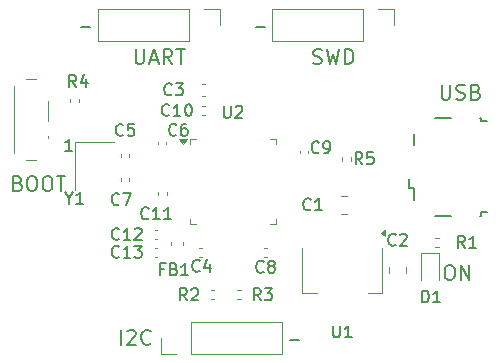
<source format=gbr>
%TF.GenerationSoftware,KiCad,Pcbnew,8.0.0*%
%TF.CreationDate,2024-03-15T15:48:41+01:00*%
%TF.ProjectId,STM32F103_BluePill,53544d33-3246-4313-9033-5f426c756550,rev?*%
%TF.SameCoordinates,Original*%
%TF.FileFunction,Legend,Top*%
%TF.FilePolarity,Positive*%
%FSLAX46Y46*%
G04 Gerber Fmt 4.6, Leading zero omitted, Abs format (unit mm)*
G04 Created by KiCad (PCBNEW 8.0.0) date 2024-03-15 15:48:41*
%MOMM*%
%LPD*%
G01*
G04 APERTURE LIST*
%ADD10C,0.200000*%
%ADD11C,0.150000*%
%ADD12C,0.120000*%
G04 APERTURE END LIST*
D10*
X167672619Y-92067873D02*
X167672619Y-93079778D01*
X167672619Y-93079778D02*
X167732142Y-93198826D01*
X167732142Y-93198826D02*
X167791666Y-93258350D01*
X167791666Y-93258350D02*
X167910714Y-93317873D01*
X167910714Y-93317873D02*
X168148809Y-93317873D01*
X168148809Y-93317873D02*
X168267857Y-93258350D01*
X168267857Y-93258350D02*
X168327380Y-93198826D01*
X168327380Y-93198826D02*
X168386904Y-93079778D01*
X168386904Y-93079778D02*
X168386904Y-92067873D01*
X168922619Y-93258350D02*
X169101190Y-93317873D01*
X169101190Y-93317873D02*
X169398809Y-93317873D01*
X169398809Y-93317873D02*
X169517857Y-93258350D01*
X169517857Y-93258350D02*
X169577381Y-93198826D01*
X169577381Y-93198826D02*
X169636904Y-93079778D01*
X169636904Y-93079778D02*
X169636904Y-92960730D01*
X169636904Y-92960730D02*
X169577381Y-92841683D01*
X169577381Y-92841683D02*
X169517857Y-92782159D01*
X169517857Y-92782159D02*
X169398809Y-92722635D01*
X169398809Y-92722635D02*
X169160714Y-92663111D01*
X169160714Y-92663111D02*
X169041666Y-92603588D01*
X169041666Y-92603588D02*
X168982143Y-92544064D01*
X168982143Y-92544064D02*
X168922619Y-92425016D01*
X168922619Y-92425016D02*
X168922619Y-92305969D01*
X168922619Y-92305969D02*
X168982143Y-92186921D01*
X168982143Y-92186921D02*
X169041666Y-92127397D01*
X169041666Y-92127397D02*
X169160714Y-92067873D01*
X169160714Y-92067873D02*
X169458333Y-92067873D01*
X169458333Y-92067873D02*
X169636904Y-92127397D01*
X170589285Y-92663111D02*
X170767857Y-92722635D01*
X170767857Y-92722635D02*
X170827380Y-92782159D01*
X170827380Y-92782159D02*
X170886904Y-92901207D01*
X170886904Y-92901207D02*
X170886904Y-93079778D01*
X170886904Y-93079778D02*
X170827380Y-93198826D01*
X170827380Y-93198826D02*
X170767857Y-93258350D01*
X170767857Y-93258350D02*
X170648809Y-93317873D01*
X170648809Y-93317873D02*
X170172619Y-93317873D01*
X170172619Y-93317873D02*
X170172619Y-92067873D01*
X170172619Y-92067873D02*
X170589285Y-92067873D01*
X170589285Y-92067873D02*
X170708333Y-92127397D01*
X170708333Y-92127397D02*
X170767857Y-92186921D01*
X170767857Y-92186921D02*
X170827380Y-92305969D01*
X170827380Y-92305969D02*
X170827380Y-92425016D01*
X170827380Y-92425016D02*
X170767857Y-92544064D01*
X170767857Y-92544064D02*
X170708333Y-92603588D01*
X170708333Y-92603588D02*
X170589285Y-92663111D01*
X170589285Y-92663111D02*
X170172619Y-92663111D01*
X154819048Y-113671266D02*
X155580953Y-113671266D01*
X136385714Y-97652219D02*
X135814286Y-97652219D01*
X136100000Y-97652219D02*
X136100000Y-96652219D01*
X136100000Y-96652219D02*
X136004762Y-96795076D01*
X136004762Y-96795076D02*
X135909524Y-96890314D01*
X135909524Y-96890314D02*
X135814286Y-96937933D01*
X137119048Y-87171266D02*
X137880953Y-87171266D01*
X168226190Y-107317873D02*
X168464285Y-107317873D01*
X168464285Y-107317873D02*
X168583333Y-107377397D01*
X168583333Y-107377397D02*
X168702380Y-107496445D01*
X168702380Y-107496445D02*
X168761904Y-107734540D01*
X168761904Y-107734540D02*
X168761904Y-108151207D01*
X168761904Y-108151207D02*
X168702380Y-108389302D01*
X168702380Y-108389302D02*
X168583333Y-108508350D01*
X168583333Y-108508350D02*
X168464285Y-108567873D01*
X168464285Y-108567873D02*
X168226190Y-108567873D01*
X168226190Y-108567873D02*
X168107142Y-108508350D01*
X168107142Y-108508350D02*
X167988095Y-108389302D01*
X167988095Y-108389302D02*
X167928571Y-108151207D01*
X167928571Y-108151207D02*
X167928571Y-107734540D01*
X167928571Y-107734540D02*
X167988095Y-107496445D01*
X167988095Y-107496445D02*
X168107142Y-107377397D01*
X168107142Y-107377397D02*
X168226190Y-107317873D01*
X169297619Y-108567873D02*
X169297619Y-107317873D01*
X169297619Y-107317873D02*
X170011904Y-108567873D01*
X170011904Y-108567873D02*
X170011904Y-107317873D01*
X131803571Y-100413111D02*
X131982143Y-100472635D01*
X131982143Y-100472635D02*
X132041666Y-100532159D01*
X132041666Y-100532159D02*
X132101190Y-100651207D01*
X132101190Y-100651207D02*
X132101190Y-100829778D01*
X132101190Y-100829778D02*
X132041666Y-100948826D01*
X132041666Y-100948826D02*
X131982143Y-101008350D01*
X131982143Y-101008350D02*
X131863095Y-101067873D01*
X131863095Y-101067873D02*
X131386905Y-101067873D01*
X131386905Y-101067873D02*
X131386905Y-99817873D01*
X131386905Y-99817873D02*
X131803571Y-99817873D01*
X131803571Y-99817873D02*
X131922619Y-99877397D01*
X131922619Y-99877397D02*
X131982143Y-99936921D01*
X131982143Y-99936921D02*
X132041666Y-100055969D01*
X132041666Y-100055969D02*
X132041666Y-100175016D01*
X132041666Y-100175016D02*
X131982143Y-100294064D01*
X131982143Y-100294064D02*
X131922619Y-100353588D01*
X131922619Y-100353588D02*
X131803571Y-100413111D01*
X131803571Y-100413111D02*
X131386905Y-100413111D01*
X132875000Y-99817873D02*
X133113095Y-99817873D01*
X133113095Y-99817873D02*
X133232143Y-99877397D01*
X133232143Y-99877397D02*
X133351190Y-99996445D01*
X133351190Y-99996445D02*
X133410714Y-100234540D01*
X133410714Y-100234540D02*
X133410714Y-100651207D01*
X133410714Y-100651207D02*
X133351190Y-100889302D01*
X133351190Y-100889302D02*
X133232143Y-101008350D01*
X133232143Y-101008350D02*
X133113095Y-101067873D01*
X133113095Y-101067873D02*
X132875000Y-101067873D01*
X132875000Y-101067873D02*
X132755952Y-101008350D01*
X132755952Y-101008350D02*
X132636905Y-100889302D01*
X132636905Y-100889302D02*
X132577381Y-100651207D01*
X132577381Y-100651207D02*
X132577381Y-100234540D01*
X132577381Y-100234540D02*
X132636905Y-99996445D01*
X132636905Y-99996445D02*
X132755952Y-99877397D01*
X132755952Y-99877397D02*
X132875000Y-99817873D01*
X134184524Y-99817873D02*
X134422619Y-99817873D01*
X134422619Y-99817873D02*
X134541667Y-99877397D01*
X134541667Y-99877397D02*
X134660714Y-99996445D01*
X134660714Y-99996445D02*
X134720238Y-100234540D01*
X134720238Y-100234540D02*
X134720238Y-100651207D01*
X134720238Y-100651207D02*
X134660714Y-100889302D01*
X134660714Y-100889302D02*
X134541667Y-101008350D01*
X134541667Y-101008350D02*
X134422619Y-101067873D01*
X134422619Y-101067873D02*
X134184524Y-101067873D01*
X134184524Y-101067873D02*
X134065476Y-101008350D01*
X134065476Y-101008350D02*
X133946429Y-100889302D01*
X133946429Y-100889302D02*
X133886905Y-100651207D01*
X133886905Y-100651207D02*
X133886905Y-100234540D01*
X133886905Y-100234540D02*
X133946429Y-99996445D01*
X133946429Y-99996445D02*
X134065476Y-99877397D01*
X134065476Y-99877397D02*
X134184524Y-99817873D01*
X135077381Y-99817873D02*
X135791667Y-99817873D01*
X135434524Y-101067873D02*
X135434524Y-99817873D01*
X151919048Y-87171266D02*
X152680953Y-87171266D01*
X141755952Y-89067873D02*
X141755952Y-90079778D01*
X141755952Y-90079778D02*
X141815475Y-90198826D01*
X141815475Y-90198826D02*
X141874999Y-90258350D01*
X141874999Y-90258350D02*
X141994047Y-90317873D01*
X141994047Y-90317873D02*
X142232142Y-90317873D01*
X142232142Y-90317873D02*
X142351190Y-90258350D01*
X142351190Y-90258350D02*
X142410713Y-90198826D01*
X142410713Y-90198826D02*
X142470237Y-90079778D01*
X142470237Y-90079778D02*
X142470237Y-89067873D01*
X143005952Y-89960730D02*
X143601190Y-89960730D01*
X142886904Y-90317873D02*
X143303571Y-89067873D01*
X143303571Y-89067873D02*
X143720237Y-90317873D01*
X144851190Y-90317873D02*
X144434524Y-89722635D01*
X144136905Y-90317873D02*
X144136905Y-89067873D01*
X144136905Y-89067873D02*
X144613095Y-89067873D01*
X144613095Y-89067873D02*
X144732143Y-89127397D01*
X144732143Y-89127397D02*
X144791666Y-89186921D01*
X144791666Y-89186921D02*
X144851190Y-89305969D01*
X144851190Y-89305969D02*
X144851190Y-89484540D01*
X144851190Y-89484540D02*
X144791666Y-89603588D01*
X144791666Y-89603588D02*
X144732143Y-89663111D01*
X144732143Y-89663111D02*
X144613095Y-89722635D01*
X144613095Y-89722635D02*
X144136905Y-89722635D01*
X145208333Y-89067873D02*
X145922619Y-89067873D01*
X145565476Y-90317873D02*
X145565476Y-89067873D01*
X156803572Y-90258350D02*
X156982143Y-90317873D01*
X156982143Y-90317873D02*
X157279762Y-90317873D01*
X157279762Y-90317873D02*
X157398810Y-90258350D01*
X157398810Y-90258350D02*
X157458334Y-90198826D01*
X157458334Y-90198826D02*
X157517857Y-90079778D01*
X157517857Y-90079778D02*
X157517857Y-89960730D01*
X157517857Y-89960730D02*
X157458334Y-89841683D01*
X157458334Y-89841683D02*
X157398810Y-89782159D01*
X157398810Y-89782159D02*
X157279762Y-89722635D01*
X157279762Y-89722635D02*
X157041667Y-89663111D01*
X157041667Y-89663111D02*
X156922619Y-89603588D01*
X156922619Y-89603588D02*
X156863096Y-89544064D01*
X156863096Y-89544064D02*
X156803572Y-89425016D01*
X156803572Y-89425016D02*
X156803572Y-89305969D01*
X156803572Y-89305969D02*
X156863096Y-89186921D01*
X156863096Y-89186921D02*
X156922619Y-89127397D01*
X156922619Y-89127397D02*
X157041667Y-89067873D01*
X157041667Y-89067873D02*
X157339286Y-89067873D01*
X157339286Y-89067873D02*
X157517857Y-89127397D01*
X157934524Y-89067873D02*
X158232143Y-90317873D01*
X158232143Y-90317873D02*
X158470238Y-89425016D01*
X158470238Y-89425016D02*
X158708333Y-90317873D01*
X158708333Y-90317873D02*
X159005953Y-89067873D01*
X159482143Y-90317873D02*
X159482143Y-89067873D01*
X159482143Y-89067873D02*
X159779762Y-89067873D01*
X159779762Y-89067873D02*
X159958333Y-89127397D01*
X159958333Y-89127397D02*
X160077381Y-89246445D01*
X160077381Y-89246445D02*
X160136904Y-89365492D01*
X160136904Y-89365492D02*
X160196428Y-89603588D01*
X160196428Y-89603588D02*
X160196428Y-89782159D01*
X160196428Y-89782159D02*
X160136904Y-90020254D01*
X160136904Y-90020254D02*
X160077381Y-90139302D01*
X160077381Y-90139302D02*
X159958333Y-90258350D01*
X159958333Y-90258350D02*
X159779762Y-90317873D01*
X159779762Y-90317873D02*
X159482143Y-90317873D01*
X140529762Y-114067873D02*
X140529762Y-112817873D01*
X141065476Y-112936921D02*
X141125000Y-112877397D01*
X141125000Y-112877397D02*
X141244047Y-112817873D01*
X141244047Y-112817873D02*
X141541666Y-112817873D01*
X141541666Y-112817873D02*
X141660714Y-112877397D01*
X141660714Y-112877397D02*
X141720238Y-112936921D01*
X141720238Y-112936921D02*
X141779761Y-113055969D01*
X141779761Y-113055969D02*
X141779761Y-113175016D01*
X141779761Y-113175016D02*
X141720238Y-113353588D01*
X141720238Y-113353588D02*
X141005952Y-114067873D01*
X141005952Y-114067873D02*
X141779761Y-114067873D01*
X143029761Y-113948826D02*
X142970237Y-114008350D01*
X142970237Y-114008350D02*
X142791666Y-114067873D01*
X142791666Y-114067873D02*
X142672618Y-114067873D01*
X142672618Y-114067873D02*
X142494047Y-114008350D01*
X142494047Y-114008350D02*
X142374999Y-113889302D01*
X142374999Y-113889302D02*
X142315476Y-113770254D01*
X142315476Y-113770254D02*
X142255952Y-113532159D01*
X142255952Y-113532159D02*
X142255952Y-113353588D01*
X142255952Y-113353588D02*
X142315476Y-113115492D01*
X142315476Y-113115492D02*
X142374999Y-112996445D01*
X142374999Y-112996445D02*
X142494047Y-112877397D01*
X142494047Y-112877397D02*
X142672618Y-112817873D01*
X142672618Y-112817873D02*
X142791666Y-112817873D01*
X142791666Y-112817873D02*
X142970237Y-112877397D01*
X142970237Y-112877397D02*
X143029761Y-112936921D01*
D11*
X144808333Y-92859580D02*
X144760714Y-92907200D01*
X144760714Y-92907200D02*
X144617857Y-92954819D01*
X144617857Y-92954819D02*
X144522619Y-92954819D01*
X144522619Y-92954819D02*
X144379762Y-92907200D01*
X144379762Y-92907200D02*
X144284524Y-92811961D01*
X144284524Y-92811961D02*
X144236905Y-92716723D01*
X144236905Y-92716723D02*
X144189286Y-92526247D01*
X144189286Y-92526247D02*
X144189286Y-92383390D01*
X144189286Y-92383390D02*
X144236905Y-92192914D01*
X144236905Y-92192914D02*
X144284524Y-92097676D01*
X144284524Y-92097676D02*
X144379762Y-92002438D01*
X144379762Y-92002438D02*
X144522619Y-91954819D01*
X144522619Y-91954819D02*
X144617857Y-91954819D01*
X144617857Y-91954819D02*
X144760714Y-92002438D01*
X144760714Y-92002438D02*
X144808333Y-92050057D01*
X145141667Y-91954819D02*
X145760714Y-91954819D01*
X145760714Y-91954819D02*
X145427381Y-92335771D01*
X145427381Y-92335771D02*
X145570238Y-92335771D01*
X145570238Y-92335771D02*
X145665476Y-92383390D01*
X145665476Y-92383390D02*
X145713095Y-92431009D01*
X145713095Y-92431009D02*
X145760714Y-92526247D01*
X145760714Y-92526247D02*
X145760714Y-92764342D01*
X145760714Y-92764342D02*
X145713095Y-92859580D01*
X145713095Y-92859580D02*
X145665476Y-92907200D01*
X145665476Y-92907200D02*
X145570238Y-92954819D01*
X145570238Y-92954819D02*
X145284524Y-92954819D01*
X145284524Y-92954819D02*
X145189286Y-92907200D01*
X145189286Y-92907200D02*
X145141667Y-92859580D01*
X147183333Y-107799580D02*
X147135714Y-107847200D01*
X147135714Y-107847200D02*
X146992857Y-107894819D01*
X146992857Y-107894819D02*
X146897619Y-107894819D01*
X146897619Y-107894819D02*
X146754762Y-107847200D01*
X146754762Y-107847200D02*
X146659524Y-107751961D01*
X146659524Y-107751961D02*
X146611905Y-107656723D01*
X146611905Y-107656723D02*
X146564286Y-107466247D01*
X146564286Y-107466247D02*
X146564286Y-107323390D01*
X146564286Y-107323390D02*
X146611905Y-107132914D01*
X146611905Y-107132914D02*
X146659524Y-107037676D01*
X146659524Y-107037676D02*
X146754762Y-106942438D01*
X146754762Y-106942438D02*
X146897619Y-106894819D01*
X146897619Y-106894819D02*
X146992857Y-106894819D01*
X146992857Y-106894819D02*
X147135714Y-106942438D01*
X147135714Y-106942438D02*
X147183333Y-106990057D01*
X148040476Y-107228152D02*
X148040476Y-107894819D01*
X147802381Y-106847200D02*
X147564286Y-107561485D01*
X147564286Y-107561485D02*
X148183333Y-107561485D01*
X157273333Y-97769580D02*
X157225714Y-97817200D01*
X157225714Y-97817200D02*
X157082857Y-97864819D01*
X157082857Y-97864819D02*
X156987619Y-97864819D01*
X156987619Y-97864819D02*
X156844762Y-97817200D01*
X156844762Y-97817200D02*
X156749524Y-97721961D01*
X156749524Y-97721961D02*
X156701905Y-97626723D01*
X156701905Y-97626723D02*
X156654286Y-97436247D01*
X156654286Y-97436247D02*
X156654286Y-97293390D01*
X156654286Y-97293390D02*
X156701905Y-97102914D01*
X156701905Y-97102914D02*
X156749524Y-97007676D01*
X156749524Y-97007676D02*
X156844762Y-96912438D01*
X156844762Y-96912438D02*
X156987619Y-96864819D01*
X156987619Y-96864819D02*
X157082857Y-96864819D01*
X157082857Y-96864819D02*
X157225714Y-96912438D01*
X157225714Y-96912438D02*
X157273333Y-96960057D01*
X157749524Y-97864819D02*
X157940000Y-97864819D01*
X157940000Y-97864819D02*
X158035238Y-97817200D01*
X158035238Y-97817200D02*
X158082857Y-97769580D01*
X158082857Y-97769580D02*
X158178095Y-97626723D01*
X158178095Y-97626723D02*
X158225714Y-97436247D01*
X158225714Y-97436247D02*
X158225714Y-97055295D01*
X158225714Y-97055295D02*
X158178095Y-96960057D01*
X158178095Y-96960057D02*
X158130476Y-96912438D01*
X158130476Y-96912438D02*
X158035238Y-96864819D01*
X158035238Y-96864819D02*
X157844762Y-96864819D01*
X157844762Y-96864819D02*
X157749524Y-96912438D01*
X157749524Y-96912438D02*
X157701905Y-96960057D01*
X157701905Y-96960057D02*
X157654286Y-97055295D01*
X157654286Y-97055295D02*
X157654286Y-97293390D01*
X157654286Y-97293390D02*
X157701905Y-97388628D01*
X157701905Y-97388628D02*
X157749524Y-97436247D01*
X157749524Y-97436247D02*
X157844762Y-97483866D01*
X157844762Y-97483866D02*
X158035238Y-97483866D01*
X158035238Y-97483866D02*
X158130476Y-97436247D01*
X158130476Y-97436247D02*
X158178095Y-97388628D01*
X158178095Y-97388628D02*
X158225714Y-97293390D01*
X136733333Y-92234819D02*
X136400000Y-91758628D01*
X136161905Y-92234819D02*
X136161905Y-91234819D01*
X136161905Y-91234819D02*
X136542857Y-91234819D01*
X136542857Y-91234819D02*
X136638095Y-91282438D01*
X136638095Y-91282438D02*
X136685714Y-91330057D01*
X136685714Y-91330057D02*
X136733333Y-91425295D01*
X136733333Y-91425295D02*
X136733333Y-91568152D01*
X136733333Y-91568152D02*
X136685714Y-91663390D01*
X136685714Y-91663390D02*
X136638095Y-91711009D01*
X136638095Y-91711009D02*
X136542857Y-91758628D01*
X136542857Y-91758628D02*
X136161905Y-91758628D01*
X137590476Y-91568152D02*
X137590476Y-92234819D01*
X137352381Y-91187200D02*
X137114286Y-91901485D01*
X137114286Y-91901485D02*
X137733333Y-91901485D01*
X140703333Y-96289580D02*
X140655714Y-96337200D01*
X140655714Y-96337200D02*
X140512857Y-96384819D01*
X140512857Y-96384819D02*
X140417619Y-96384819D01*
X140417619Y-96384819D02*
X140274762Y-96337200D01*
X140274762Y-96337200D02*
X140179524Y-96241961D01*
X140179524Y-96241961D02*
X140131905Y-96146723D01*
X140131905Y-96146723D02*
X140084286Y-95956247D01*
X140084286Y-95956247D02*
X140084286Y-95813390D01*
X140084286Y-95813390D02*
X140131905Y-95622914D01*
X140131905Y-95622914D02*
X140179524Y-95527676D01*
X140179524Y-95527676D02*
X140274762Y-95432438D01*
X140274762Y-95432438D02*
X140417619Y-95384819D01*
X140417619Y-95384819D02*
X140512857Y-95384819D01*
X140512857Y-95384819D02*
X140655714Y-95432438D01*
X140655714Y-95432438D02*
X140703333Y-95480057D01*
X141608095Y-95384819D02*
X141131905Y-95384819D01*
X141131905Y-95384819D02*
X141084286Y-95861009D01*
X141084286Y-95861009D02*
X141131905Y-95813390D01*
X141131905Y-95813390D02*
X141227143Y-95765771D01*
X141227143Y-95765771D02*
X141465238Y-95765771D01*
X141465238Y-95765771D02*
X141560476Y-95813390D01*
X141560476Y-95813390D02*
X141608095Y-95861009D01*
X141608095Y-95861009D02*
X141655714Y-95956247D01*
X141655714Y-95956247D02*
X141655714Y-96194342D01*
X141655714Y-96194342D02*
X141608095Y-96289580D01*
X141608095Y-96289580D02*
X141560476Y-96337200D01*
X141560476Y-96337200D02*
X141465238Y-96384819D01*
X141465238Y-96384819D02*
X141227143Y-96384819D01*
X141227143Y-96384819D02*
X141131905Y-96337200D01*
X141131905Y-96337200D02*
X141084286Y-96289580D01*
X142857142Y-103359580D02*
X142809523Y-103407200D01*
X142809523Y-103407200D02*
X142666666Y-103454819D01*
X142666666Y-103454819D02*
X142571428Y-103454819D01*
X142571428Y-103454819D02*
X142428571Y-103407200D01*
X142428571Y-103407200D02*
X142333333Y-103311961D01*
X142333333Y-103311961D02*
X142285714Y-103216723D01*
X142285714Y-103216723D02*
X142238095Y-103026247D01*
X142238095Y-103026247D02*
X142238095Y-102883390D01*
X142238095Y-102883390D02*
X142285714Y-102692914D01*
X142285714Y-102692914D02*
X142333333Y-102597676D01*
X142333333Y-102597676D02*
X142428571Y-102502438D01*
X142428571Y-102502438D02*
X142571428Y-102454819D01*
X142571428Y-102454819D02*
X142666666Y-102454819D01*
X142666666Y-102454819D02*
X142809523Y-102502438D01*
X142809523Y-102502438D02*
X142857142Y-102550057D01*
X143809523Y-103454819D02*
X143238095Y-103454819D01*
X143523809Y-103454819D02*
X143523809Y-102454819D01*
X143523809Y-102454819D02*
X143428571Y-102597676D01*
X143428571Y-102597676D02*
X143333333Y-102692914D01*
X143333333Y-102692914D02*
X143238095Y-102740533D01*
X144761904Y-103454819D02*
X144190476Y-103454819D01*
X144476190Y-103454819D02*
X144476190Y-102454819D01*
X144476190Y-102454819D02*
X144380952Y-102597676D01*
X144380952Y-102597676D02*
X144285714Y-102692914D01*
X144285714Y-102692914D02*
X144190476Y-102740533D01*
X156583333Y-102597080D02*
X156535714Y-102644700D01*
X156535714Y-102644700D02*
X156392857Y-102692319D01*
X156392857Y-102692319D02*
X156297619Y-102692319D01*
X156297619Y-102692319D02*
X156154762Y-102644700D01*
X156154762Y-102644700D02*
X156059524Y-102549461D01*
X156059524Y-102549461D02*
X156011905Y-102454223D01*
X156011905Y-102454223D02*
X155964286Y-102263747D01*
X155964286Y-102263747D02*
X155964286Y-102120890D01*
X155964286Y-102120890D02*
X156011905Y-101930414D01*
X156011905Y-101930414D02*
X156059524Y-101835176D01*
X156059524Y-101835176D02*
X156154762Y-101739938D01*
X156154762Y-101739938D02*
X156297619Y-101692319D01*
X156297619Y-101692319D02*
X156392857Y-101692319D01*
X156392857Y-101692319D02*
X156535714Y-101739938D01*
X156535714Y-101739938D02*
X156583333Y-101787557D01*
X157535714Y-102692319D02*
X156964286Y-102692319D01*
X157250000Y-102692319D02*
X157250000Y-101692319D01*
X157250000Y-101692319D02*
X157154762Y-101835176D01*
X157154762Y-101835176D02*
X157059524Y-101930414D01*
X157059524Y-101930414D02*
X156964286Y-101978033D01*
X140357142Y-105109580D02*
X140309523Y-105157200D01*
X140309523Y-105157200D02*
X140166666Y-105204819D01*
X140166666Y-105204819D02*
X140071428Y-105204819D01*
X140071428Y-105204819D02*
X139928571Y-105157200D01*
X139928571Y-105157200D02*
X139833333Y-105061961D01*
X139833333Y-105061961D02*
X139785714Y-104966723D01*
X139785714Y-104966723D02*
X139738095Y-104776247D01*
X139738095Y-104776247D02*
X139738095Y-104633390D01*
X139738095Y-104633390D02*
X139785714Y-104442914D01*
X139785714Y-104442914D02*
X139833333Y-104347676D01*
X139833333Y-104347676D02*
X139928571Y-104252438D01*
X139928571Y-104252438D02*
X140071428Y-104204819D01*
X140071428Y-104204819D02*
X140166666Y-104204819D01*
X140166666Y-104204819D02*
X140309523Y-104252438D01*
X140309523Y-104252438D02*
X140357142Y-104300057D01*
X141309523Y-105204819D02*
X140738095Y-105204819D01*
X141023809Y-105204819D02*
X141023809Y-104204819D01*
X141023809Y-104204819D02*
X140928571Y-104347676D01*
X140928571Y-104347676D02*
X140833333Y-104442914D01*
X140833333Y-104442914D02*
X140738095Y-104490533D01*
X141690476Y-104300057D02*
X141738095Y-104252438D01*
X141738095Y-104252438D02*
X141833333Y-104204819D01*
X141833333Y-104204819D02*
X142071428Y-104204819D01*
X142071428Y-104204819D02*
X142166666Y-104252438D01*
X142166666Y-104252438D02*
X142214285Y-104300057D01*
X142214285Y-104300057D02*
X142261904Y-104395295D01*
X142261904Y-104395295D02*
X142261904Y-104490533D01*
X142261904Y-104490533D02*
X142214285Y-104633390D01*
X142214285Y-104633390D02*
X141642857Y-105204819D01*
X141642857Y-105204819D02*
X142261904Y-105204819D01*
X145203333Y-96279580D02*
X145155714Y-96327200D01*
X145155714Y-96327200D02*
X145012857Y-96374819D01*
X145012857Y-96374819D02*
X144917619Y-96374819D01*
X144917619Y-96374819D02*
X144774762Y-96327200D01*
X144774762Y-96327200D02*
X144679524Y-96231961D01*
X144679524Y-96231961D02*
X144631905Y-96136723D01*
X144631905Y-96136723D02*
X144584286Y-95946247D01*
X144584286Y-95946247D02*
X144584286Y-95803390D01*
X144584286Y-95803390D02*
X144631905Y-95612914D01*
X144631905Y-95612914D02*
X144679524Y-95517676D01*
X144679524Y-95517676D02*
X144774762Y-95422438D01*
X144774762Y-95422438D02*
X144917619Y-95374819D01*
X144917619Y-95374819D02*
X145012857Y-95374819D01*
X145012857Y-95374819D02*
X145155714Y-95422438D01*
X145155714Y-95422438D02*
X145203333Y-95470057D01*
X146060476Y-95374819D02*
X145870000Y-95374819D01*
X145870000Y-95374819D02*
X145774762Y-95422438D01*
X145774762Y-95422438D02*
X145727143Y-95470057D01*
X145727143Y-95470057D02*
X145631905Y-95612914D01*
X145631905Y-95612914D02*
X145584286Y-95803390D01*
X145584286Y-95803390D02*
X145584286Y-96184342D01*
X145584286Y-96184342D02*
X145631905Y-96279580D01*
X145631905Y-96279580D02*
X145679524Y-96327200D01*
X145679524Y-96327200D02*
X145774762Y-96374819D01*
X145774762Y-96374819D02*
X145965238Y-96374819D01*
X145965238Y-96374819D02*
X146060476Y-96327200D01*
X146060476Y-96327200D02*
X146108095Y-96279580D01*
X146108095Y-96279580D02*
X146155714Y-96184342D01*
X146155714Y-96184342D02*
X146155714Y-95946247D01*
X146155714Y-95946247D02*
X146108095Y-95851009D01*
X146108095Y-95851009D02*
X146060476Y-95803390D01*
X146060476Y-95803390D02*
X145965238Y-95755771D01*
X145965238Y-95755771D02*
X145774762Y-95755771D01*
X145774762Y-95755771D02*
X145679524Y-95803390D01*
X145679524Y-95803390D02*
X145631905Y-95851009D01*
X145631905Y-95851009D02*
X145584286Y-95946247D01*
X149238095Y-93854819D02*
X149238095Y-94664342D01*
X149238095Y-94664342D02*
X149285714Y-94759580D01*
X149285714Y-94759580D02*
X149333333Y-94807200D01*
X149333333Y-94807200D02*
X149428571Y-94854819D01*
X149428571Y-94854819D02*
X149619047Y-94854819D01*
X149619047Y-94854819D02*
X149714285Y-94807200D01*
X149714285Y-94807200D02*
X149761904Y-94759580D01*
X149761904Y-94759580D02*
X149809523Y-94664342D01*
X149809523Y-94664342D02*
X149809523Y-93854819D01*
X150238095Y-93950057D02*
X150285714Y-93902438D01*
X150285714Y-93902438D02*
X150380952Y-93854819D01*
X150380952Y-93854819D02*
X150619047Y-93854819D01*
X150619047Y-93854819D02*
X150714285Y-93902438D01*
X150714285Y-93902438D02*
X150761904Y-93950057D01*
X150761904Y-93950057D02*
X150809523Y-94045295D01*
X150809523Y-94045295D02*
X150809523Y-94140533D01*
X150809523Y-94140533D02*
X150761904Y-94283390D01*
X150761904Y-94283390D02*
X150190476Y-94854819D01*
X150190476Y-94854819D02*
X150809523Y-94854819D01*
X140357142Y-106609580D02*
X140309523Y-106657200D01*
X140309523Y-106657200D02*
X140166666Y-106704819D01*
X140166666Y-106704819D02*
X140071428Y-106704819D01*
X140071428Y-106704819D02*
X139928571Y-106657200D01*
X139928571Y-106657200D02*
X139833333Y-106561961D01*
X139833333Y-106561961D02*
X139785714Y-106466723D01*
X139785714Y-106466723D02*
X139738095Y-106276247D01*
X139738095Y-106276247D02*
X139738095Y-106133390D01*
X139738095Y-106133390D02*
X139785714Y-105942914D01*
X139785714Y-105942914D02*
X139833333Y-105847676D01*
X139833333Y-105847676D02*
X139928571Y-105752438D01*
X139928571Y-105752438D02*
X140071428Y-105704819D01*
X140071428Y-105704819D02*
X140166666Y-105704819D01*
X140166666Y-105704819D02*
X140309523Y-105752438D01*
X140309523Y-105752438D02*
X140357142Y-105800057D01*
X141309523Y-106704819D02*
X140738095Y-106704819D01*
X141023809Y-106704819D02*
X141023809Y-105704819D01*
X141023809Y-105704819D02*
X140928571Y-105847676D01*
X140928571Y-105847676D02*
X140833333Y-105942914D01*
X140833333Y-105942914D02*
X140738095Y-105990533D01*
X141642857Y-105704819D02*
X142261904Y-105704819D01*
X142261904Y-105704819D02*
X141928571Y-106085771D01*
X141928571Y-106085771D02*
X142071428Y-106085771D01*
X142071428Y-106085771D02*
X142166666Y-106133390D01*
X142166666Y-106133390D02*
X142214285Y-106181009D01*
X142214285Y-106181009D02*
X142261904Y-106276247D01*
X142261904Y-106276247D02*
X142261904Y-106514342D01*
X142261904Y-106514342D02*
X142214285Y-106609580D01*
X142214285Y-106609580D02*
X142166666Y-106657200D01*
X142166666Y-106657200D02*
X142071428Y-106704819D01*
X142071428Y-106704819D02*
X141785714Y-106704819D01*
X141785714Y-106704819D02*
X141690476Y-106657200D01*
X141690476Y-106657200D02*
X141642857Y-106609580D01*
X163770833Y-105597080D02*
X163723214Y-105644700D01*
X163723214Y-105644700D02*
X163580357Y-105692319D01*
X163580357Y-105692319D02*
X163485119Y-105692319D01*
X163485119Y-105692319D02*
X163342262Y-105644700D01*
X163342262Y-105644700D02*
X163247024Y-105549461D01*
X163247024Y-105549461D02*
X163199405Y-105454223D01*
X163199405Y-105454223D02*
X163151786Y-105263747D01*
X163151786Y-105263747D02*
X163151786Y-105120890D01*
X163151786Y-105120890D02*
X163199405Y-104930414D01*
X163199405Y-104930414D02*
X163247024Y-104835176D01*
X163247024Y-104835176D02*
X163342262Y-104739938D01*
X163342262Y-104739938D02*
X163485119Y-104692319D01*
X163485119Y-104692319D02*
X163580357Y-104692319D01*
X163580357Y-104692319D02*
X163723214Y-104739938D01*
X163723214Y-104739938D02*
X163770833Y-104787557D01*
X164151786Y-104787557D02*
X164199405Y-104739938D01*
X164199405Y-104739938D02*
X164294643Y-104692319D01*
X164294643Y-104692319D02*
X164532738Y-104692319D01*
X164532738Y-104692319D02*
X164627976Y-104739938D01*
X164627976Y-104739938D02*
X164675595Y-104787557D01*
X164675595Y-104787557D02*
X164723214Y-104882795D01*
X164723214Y-104882795D02*
X164723214Y-104978033D01*
X164723214Y-104978033D02*
X164675595Y-105120890D01*
X164675595Y-105120890D02*
X164104167Y-105692319D01*
X164104167Y-105692319D02*
X164723214Y-105692319D01*
X136123809Y-101678628D02*
X136123809Y-102154819D01*
X135790476Y-101154819D02*
X136123809Y-101678628D01*
X136123809Y-101678628D02*
X136457142Y-101154819D01*
X137314285Y-102154819D02*
X136742857Y-102154819D01*
X137028571Y-102154819D02*
X137028571Y-101154819D01*
X137028571Y-101154819D02*
X136933333Y-101297676D01*
X136933333Y-101297676D02*
X136838095Y-101392914D01*
X136838095Y-101392914D02*
X136742857Y-101440533D01*
X144156666Y-107671009D02*
X143823333Y-107671009D01*
X143823333Y-108194819D02*
X143823333Y-107194819D01*
X143823333Y-107194819D02*
X144299523Y-107194819D01*
X145013809Y-107671009D02*
X145156666Y-107718628D01*
X145156666Y-107718628D02*
X145204285Y-107766247D01*
X145204285Y-107766247D02*
X145251904Y-107861485D01*
X145251904Y-107861485D02*
X145251904Y-108004342D01*
X145251904Y-108004342D02*
X145204285Y-108099580D01*
X145204285Y-108099580D02*
X145156666Y-108147200D01*
X145156666Y-108147200D02*
X145061428Y-108194819D01*
X145061428Y-108194819D02*
X144680476Y-108194819D01*
X144680476Y-108194819D02*
X144680476Y-107194819D01*
X144680476Y-107194819D02*
X145013809Y-107194819D01*
X145013809Y-107194819D02*
X145109047Y-107242438D01*
X145109047Y-107242438D02*
X145156666Y-107290057D01*
X145156666Y-107290057D02*
X145204285Y-107385295D01*
X145204285Y-107385295D02*
X145204285Y-107480533D01*
X145204285Y-107480533D02*
X145156666Y-107575771D01*
X145156666Y-107575771D02*
X145109047Y-107623390D01*
X145109047Y-107623390D02*
X145013809Y-107671009D01*
X145013809Y-107671009D02*
X144680476Y-107671009D01*
X146204285Y-108194819D02*
X145632857Y-108194819D01*
X145918571Y-108194819D02*
X145918571Y-107194819D01*
X145918571Y-107194819D02*
X145823333Y-107337676D01*
X145823333Y-107337676D02*
X145728095Y-107432914D01*
X145728095Y-107432914D02*
X145632857Y-107480533D01*
X158488095Y-112454819D02*
X158488095Y-113264342D01*
X158488095Y-113264342D02*
X158535714Y-113359580D01*
X158535714Y-113359580D02*
X158583333Y-113407200D01*
X158583333Y-113407200D02*
X158678571Y-113454819D01*
X158678571Y-113454819D02*
X158869047Y-113454819D01*
X158869047Y-113454819D02*
X158964285Y-113407200D01*
X158964285Y-113407200D02*
X159011904Y-113359580D01*
X159011904Y-113359580D02*
X159059523Y-113264342D01*
X159059523Y-113264342D02*
X159059523Y-112454819D01*
X160059523Y-113454819D02*
X159488095Y-113454819D01*
X159773809Y-113454819D02*
X159773809Y-112454819D01*
X159773809Y-112454819D02*
X159678571Y-112597676D01*
X159678571Y-112597676D02*
X159583333Y-112692914D01*
X159583333Y-112692914D02*
X159488095Y-112740533D01*
X146103333Y-110314819D02*
X145770000Y-109838628D01*
X145531905Y-110314819D02*
X145531905Y-109314819D01*
X145531905Y-109314819D02*
X145912857Y-109314819D01*
X145912857Y-109314819D02*
X146008095Y-109362438D01*
X146008095Y-109362438D02*
X146055714Y-109410057D01*
X146055714Y-109410057D02*
X146103333Y-109505295D01*
X146103333Y-109505295D02*
X146103333Y-109648152D01*
X146103333Y-109648152D02*
X146055714Y-109743390D01*
X146055714Y-109743390D02*
X146008095Y-109791009D01*
X146008095Y-109791009D02*
X145912857Y-109838628D01*
X145912857Y-109838628D02*
X145531905Y-109838628D01*
X146484286Y-109410057D02*
X146531905Y-109362438D01*
X146531905Y-109362438D02*
X146627143Y-109314819D01*
X146627143Y-109314819D02*
X146865238Y-109314819D01*
X146865238Y-109314819D02*
X146960476Y-109362438D01*
X146960476Y-109362438D02*
X147008095Y-109410057D01*
X147008095Y-109410057D02*
X147055714Y-109505295D01*
X147055714Y-109505295D02*
X147055714Y-109600533D01*
X147055714Y-109600533D02*
X147008095Y-109743390D01*
X147008095Y-109743390D02*
X146436667Y-110314819D01*
X146436667Y-110314819D02*
X147055714Y-110314819D01*
X140358333Y-102159580D02*
X140310714Y-102207200D01*
X140310714Y-102207200D02*
X140167857Y-102254819D01*
X140167857Y-102254819D02*
X140072619Y-102254819D01*
X140072619Y-102254819D02*
X139929762Y-102207200D01*
X139929762Y-102207200D02*
X139834524Y-102111961D01*
X139834524Y-102111961D02*
X139786905Y-102016723D01*
X139786905Y-102016723D02*
X139739286Y-101826247D01*
X139739286Y-101826247D02*
X139739286Y-101683390D01*
X139739286Y-101683390D02*
X139786905Y-101492914D01*
X139786905Y-101492914D02*
X139834524Y-101397676D01*
X139834524Y-101397676D02*
X139929762Y-101302438D01*
X139929762Y-101302438D02*
X140072619Y-101254819D01*
X140072619Y-101254819D02*
X140167857Y-101254819D01*
X140167857Y-101254819D02*
X140310714Y-101302438D01*
X140310714Y-101302438D02*
X140358333Y-101350057D01*
X140691667Y-101254819D02*
X141358333Y-101254819D01*
X141358333Y-101254819D02*
X140929762Y-102254819D01*
X152353333Y-110314819D02*
X152020000Y-109838628D01*
X151781905Y-110314819D02*
X151781905Y-109314819D01*
X151781905Y-109314819D02*
X152162857Y-109314819D01*
X152162857Y-109314819D02*
X152258095Y-109362438D01*
X152258095Y-109362438D02*
X152305714Y-109410057D01*
X152305714Y-109410057D02*
X152353333Y-109505295D01*
X152353333Y-109505295D02*
X152353333Y-109648152D01*
X152353333Y-109648152D02*
X152305714Y-109743390D01*
X152305714Y-109743390D02*
X152258095Y-109791009D01*
X152258095Y-109791009D02*
X152162857Y-109838628D01*
X152162857Y-109838628D02*
X151781905Y-109838628D01*
X152686667Y-109314819D02*
X153305714Y-109314819D01*
X153305714Y-109314819D02*
X152972381Y-109695771D01*
X152972381Y-109695771D02*
X153115238Y-109695771D01*
X153115238Y-109695771D02*
X153210476Y-109743390D01*
X153210476Y-109743390D02*
X153258095Y-109791009D01*
X153258095Y-109791009D02*
X153305714Y-109886247D01*
X153305714Y-109886247D02*
X153305714Y-110124342D01*
X153305714Y-110124342D02*
X153258095Y-110219580D01*
X153258095Y-110219580D02*
X153210476Y-110267200D01*
X153210476Y-110267200D02*
X153115238Y-110314819D01*
X153115238Y-110314819D02*
X152829524Y-110314819D01*
X152829524Y-110314819D02*
X152734286Y-110267200D01*
X152734286Y-110267200D02*
X152686667Y-110219580D01*
X144607142Y-94609580D02*
X144559523Y-94657200D01*
X144559523Y-94657200D02*
X144416666Y-94704819D01*
X144416666Y-94704819D02*
X144321428Y-94704819D01*
X144321428Y-94704819D02*
X144178571Y-94657200D01*
X144178571Y-94657200D02*
X144083333Y-94561961D01*
X144083333Y-94561961D02*
X144035714Y-94466723D01*
X144035714Y-94466723D02*
X143988095Y-94276247D01*
X143988095Y-94276247D02*
X143988095Y-94133390D01*
X143988095Y-94133390D02*
X144035714Y-93942914D01*
X144035714Y-93942914D02*
X144083333Y-93847676D01*
X144083333Y-93847676D02*
X144178571Y-93752438D01*
X144178571Y-93752438D02*
X144321428Y-93704819D01*
X144321428Y-93704819D02*
X144416666Y-93704819D01*
X144416666Y-93704819D02*
X144559523Y-93752438D01*
X144559523Y-93752438D02*
X144607142Y-93800057D01*
X145559523Y-94704819D02*
X144988095Y-94704819D01*
X145273809Y-94704819D02*
X145273809Y-93704819D01*
X145273809Y-93704819D02*
X145178571Y-93847676D01*
X145178571Y-93847676D02*
X145083333Y-93942914D01*
X145083333Y-93942914D02*
X144988095Y-93990533D01*
X146178571Y-93704819D02*
X146273809Y-93704819D01*
X146273809Y-93704819D02*
X146369047Y-93752438D01*
X146369047Y-93752438D02*
X146416666Y-93800057D01*
X146416666Y-93800057D02*
X146464285Y-93895295D01*
X146464285Y-93895295D02*
X146511904Y-94085771D01*
X146511904Y-94085771D02*
X146511904Y-94323866D01*
X146511904Y-94323866D02*
X146464285Y-94514342D01*
X146464285Y-94514342D02*
X146416666Y-94609580D01*
X146416666Y-94609580D02*
X146369047Y-94657200D01*
X146369047Y-94657200D02*
X146273809Y-94704819D01*
X146273809Y-94704819D02*
X146178571Y-94704819D01*
X146178571Y-94704819D02*
X146083333Y-94657200D01*
X146083333Y-94657200D02*
X146035714Y-94609580D01*
X146035714Y-94609580D02*
X145988095Y-94514342D01*
X145988095Y-94514342D02*
X145940476Y-94323866D01*
X145940476Y-94323866D02*
X145940476Y-94085771D01*
X145940476Y-94085771D02*
X145988095Y-93895295D01*
X145988095Y-93895295D02*
X146035714Y-93800057D01*
X146035714Y-93800057D02*
X146083333Y-93752438D01*
X146083333Y-93752438D02*
X146178571Y-93704819D01*
X152593333Y-107879580D02*
X152545714Y-107927200D01*
X152545714Y-107927200D02*
X152402857Y-107974819D01*
X152402857Y-107974819D02*
X152307619Y-107974819D01*
X152307619Y-107974819D02*
X152164762Y-107927200D01*
X152164762Y-107927200D02*
X152069524Y-107831961D01*
X152069524Y-107831961D02*
X152021905Y-107736723D01*
X152021905Y-107736723D02*
X151974286Y-107546247D01*
X151974286Y-107546247D02*
X151974286Y-107403390D01*
X151974286Y-107403390D02*
X152021905Y-107212914D01*
X152021905Y-107212914D02*
X152069524Y-107117676D01*
X152069524Y-107117676D02*
X152164762Y-107022438D01*
X152164762Y-107022438D02*
X152307619Y-106974819D01*
X152307619Y-106974819D02*
X152402857Y-106974819D01*
X152402857Y-106974819D02*
X152545714Y-107022438D01*
X152545714Y-107022438D02*
X152593333Y-107070057D01*
X153164762Y-107403390D02*
X153069524Y-107355771D01*
X153069524Y-107355771D02*
X153021905Y-107308152D01*
X153021905Y-107308152D02*
X152974286Y-107212914D01*
X152974286Y-107212914D02*
X152974286Y-107165295D01*
X152974286Y-107165295D02*
X153021905Y-107070057D01*
X153021905Y-107070057D02*
X153069524Y-107022438D01*
X153069524Y-107022438D02*
X153164762Y-106974819D01*
X153164762Y-106974819D02*
X153355238Y-106974819D01*
X153355238Y-106974819D02*
X153450476Y-107022438D01*
X153450476Y-107022438D02*
X153498095Y-107070057D01*
X153498095Y-107070057D02*
X153545714Y-107165295D01*
X153545714Y-107165295D02*
X153545714Y-107212914D01*
X153545714Y-107212914D02*
X153498095Y-107308152D01*
X153498095Y-107308152D02*
X153450476Y-107355771D01*
X153450476Y-107355771D02*
X153355238Y-107403390D01*
X153355238Y-107403390D02*
X153164762Y-107403390D01*
X153164762Y-107403390D02*
X153069524Y-107451009D01*
X153069524Y-107451009D02*
X153021905Y-107498628D01*
X153021905Y-107498628D02*
X152974286Y-107593866D01*
X152974286Y-107593866D02*
X152974286Y-107784342D01*
X152974286Y-107784342D02*
X153021905Y-107879580D01*
X153021905Y-107879580D02*
X153069524Y-107927200D01*
X153069524Y-107927200D02*
X153164762Y-107974819D01*
X153164762Y-107974819D02*
X153355238Y-107974819D01*
X153355238Y-107974819D02*
X153450476Y-107927200D01*
X153450476Y-107927200D02*
X153498095Y-107879580D01*
X153498095Y-107879580D02*
X153545714Y-107784342D01*
X153545714Y-107784342D02*
X153545714Y-107593866D01*
X153545714Y-107593866D02*
X153498095Y-107498628D01*
X153498095Y-107498628D02*
X153450476Y-107451009D01*
X153450476Y-107451009D02*
X153355238Y-107403390D01*
X166019406Y-110484818D02*
X166019406Y-109484818D01*
X166019406Y-109484818D02*
X166257501Y-109484818D01*
X166257501Y-109484818D02*
X166400358Y-109532437D01*
X166400358Y-109532437D02*
X166495596Y-109627675D01*
X166495596Y-109627675D02*
X166543215Y-109722913D01*
X166543215Y-109722913D02*
X166590834Y-109913389D01*
X166590834Y-109913389D02*
X166590834Y-110056246D01*
X166590834Y-110056246D02*
X166543215Y-110246722D01*
X166543215Y-110246722D02*
X166495596Y-110341960D01*
X166495596Y-110341960D02*
X166400358Y-110437199D01*
X166400358Y-110437199D02*
X166257501Y-110484818D01*
X166257501Y-110484818D02*
X166019406Y-110484818D01*
X167543215Y-110484818D02*
X166971787Y-110484818D01*
X167257501Y-110484818D02*
X167257501Y-109484818D01*
X167257501Y-109484818D02*
X167162263Y-109627675D01*
X167162263Y-109627675D02*
X167067025Y-109722913D01*
X167067025Y-109722913D02*
X166971787Y-109770532D01*
X169633334Y-105854818D02*
X169300001Y-105378627D01*
X169061906Y-105854818D02*
X169061906Y-104854818D01*
X169061906Y-104854818D02*
X169442858Y-104854818D01*
X169442858Y-104854818D02*
X169538096Y-104902437D01*
X169538096Y-104902437D02*
X169585715Y-104950056D01*
X169585715Y-104950056D02*
X169633334Y-105045294D01*
X169633334Y-105045294D02*
X169633334Y-105188151D01*
X169633334Y-105188151D02*
X169585715Y-105283389D01*
X169585715Y-105283389D02*
X169538096Y-105331008D01*
X169538096Y-105331008D02*
X169442858Y-105378627D01*
X169442858Y-105378627D02*
X169061906Y-105378627D01*
X170585715Y-105854818D02*
X170014287Y-105854818D01*
X170300001Y-105854818D02*
X170300001Y-104854818D01*
X170300001Y-104854818D02*
X170204763Y-104997675D01*
X170204763Y-104997675D02*
X170109525Y-105092913D01*
X170109525Y-105092913D02*
X170014287Y-105140532D01*
X160953333Y-98794818D02*
X160620000Y-98318627D01*
X160381905Y-98794818D02*
X160381905Y-97794818D01*
X160381905Y-97794818D02*
X160762857Y-97794818D01*
X160762857Y-97794818D02*
X160858095Y-97842437D01*
X160858095Y-97842437D02*
X160905714Y-97890056D01*
X160905714Y-97890056D02*
X160953333Y-97985294D01*
X160953333Y-97985294D02*
X160953333Y-98128151D01*
X160953333Y-98128151D02*
X160905714Y-98223389D01*
X160905714Y-98223389D02*
X160858095Y-98271008D01*
X160858095Y-98271008D02*
X160762857Y-98318627D01*
X160762857Y-98318627D02*
X160381905Y-98318627D01*
X161858095Y-97794818D02*
X161381905Y-97794818D01*
X161381905Y-97794818D02*
X161334286Y-98271008D01*
X161334286Y-98271008D02*
X161381905Y-98223389D01*
X161381905Y-98223389D02*
X161477143Y-98175770D01*
X161477143Y-98175770D02*
X161715238Y-98175770D01*
X161715238Y-98175770D02*
X161810476Y-98223389D01*
X161810476Y-98223389D02*
X161858095Y-98271008D01*
X161858095Y-98271008D02*
X161905714Y-98366246D01*
X161905714Y-98366246D02*
X161905714Y-98604341D01*
X161905714Y-98604341D02*
X161858095Y-98699579D01*
X161858095Y-98699579D02*
X161810476Y-98747199D01*
X161810476Y-98747199D02*
X161715238Y-98794818D01*
X161715238Y-98794818D02*
X161477143Y-98794818D01*
X161477143Y-98794818D02*
X161381905Y-98747199D01*
X161381905Y-98747199D02*
X161334286Y-98699579D01*
D12*
%TO.C,C3*%
X147359420Y-91990000D02*
X147640580Y-91990000D01*
X147359420Y-93010000D02*
X147640580Y-93010000D01*
D11*
%TO.C,J3*%
X164920000Y-100075000D02*
X164920000Y-100800000D01*
X164920000Y-100800000D02*
X165345000Y-100800000D01*
X165345000Y-97200000D02*
X165345000Y-96200000D01*
X165345000Y-100800000D02*
X165345000Y-101800000D01*
X167095000Y-103150000D02*
X168495000Y-103150000D01*
X168495000Y-94850000D02*
X167095000Y-94850000D01*
X170895000Y-103150000D02*
X171045000Y-103150000D01*
X171045000Y-94850000D02*
X170895000Y-94850000D01*
X171045000Y-95150000D02*
X171045000Y-94850000D01*
X171045000Y-102850000D02*
X171495000Y-102850000D01*
X171045000Y-103150000D02*
X171045000Y-102850000D01*
X171495000Y-95150000D02*
X171045000Y-95150000D01*
D12*
%TO.C,C4*%
X147162164Y-105890000D02*
X147377836Y-105890000D01*
X147162164Y-106610000D02*
X147377836Y-106610000D01*
%TO.C,C9*%
X155640000Y-97642164D02*
X155640000Y-97857836D01*
X156360000Y-97642164D02*
X156360000Y-97857836D01*
%TO.C,R4*%
X136220000Y-93553641D02*
X136220000Y-93246359D01*
X136980000Y-93553641D02*
X136980000Y-93246359D01*
%TO.C,C5*%
X140515000Y-98177836D02*
X140515000Y-97962164D01*
X141235000Y-98177836D02*
X141235000Y-97962164D01*
%TO.C,C11*%
X143660000Y-101357836D02*
X143660000Y-101142164D01*
X144380000Y-101357836D02*
X144380000Y-101142164D01*
%TO.C,C1*%
X159176248Y-101502500D02*
X159698752Y-101502500D01*
X159176248Y-102972500D02*
X159698752Y-102972500D01*
%TO.C,C12*%
X143607836Y-104390000D02*
X143392164Y-104390000D01*
X143607836Y-105110000D02*
X143392164Y-105110000D01*
%TO.C,J4*%
X153350000Y-85670000D02*
X153350000Y-88330000D01*
X161030000Y-85670000D02*
X153350000Y-85670000D01*
X161030000Y-85670000D02*
X161030000Y-88330000D01*
X161030000Y-88330000D02*
X153350000Y-88330000D01*
X162300000Y-85670000D02*
X163630000Y-85670000D01*
X163630000Y-85670000D02*
X163630000Y-87000000D01*
%TO.C,C6*%
X143640000Y-97107836D02*
X143640000Y-96892164D01*
X144360000Y-97107836D02*
X144360000Y-96892164D01*
%TO.C,U2*%
X146390000Y-96640000D02*
X146390000Y-97090000D01*
X146390000Y-103860000D02*
X146390000Y-103410000D01*
X146840000Y-96640000D02*
X146390000Y-96640000D01*
X146840000Y-103860000D02*
X146390000Y-103860000D01*
X153160000Y-96640000D02*
X153610000Y-96640000D01*
X153160000Y-103860000D02*
X153610000Y-103860000D01*
X153610000Y-96640000D02*
X153610000Y-97090000D01*
X153610000Y-103860000D02*
X153610000Y-103410000D01*
X145800000Y-97090000D02*
X145460000Y-96620000D01*
X146140000Y-96620000D01*
X145800000Y-97090000D01*
G36*
X145800000Y-97090000D02*
G01*
X145460000Y-96620000D01*
X146140000Y-96620000D01*
X145800000Y-97090000D01*
G37*
%TO.C,C13*%
X143607836Y-105890000D02*
X143392164Y-105890000D01*
X143607836Y-106610000D02*
X143392164Y-106610000D01*
%TO.C,C2*%
X163202500Y-107998752D02*
X163202500Y-107476248D01*
X164672500Y-107998752D02*
X164672500Y-107476248D01*
%TO.C,Y1*%
X136625000Y-96950000D02*
X136625000Y-100950000D01*
X139925000Y-96950000D02*
X136625000Y-96950000D01*
%TO.C,FB1*%
X144740000Y-105337221D02*
X144740000Y-105662779D01*
X145760000Y-105337221D02*
X145760000Y-105662779D01*
%TO.C,U1*%
X155840000Y-105900000D02*
X155840000Y-109660000D01*
X155840000Y-109660000D02*
X157100000Y-109660000D01*
X162660000Y-105900000D02*
X162660000Y-109660000D01*
X162660000Y-109660000D02*
X161400000Y-109660000D01*
X162890000Y-104860000D02*
X162560000Y-104620000D01*
X162890000Y-104380000D01*
X162890000Y-104860000D01*
G36*
X162890000Y-104860000D02*
G01*
X162560000Y-104620000D01*
X162890000Y-104380000D01*
X162890000Y-104860000D01*
G37*
%TO.C,SW1*%
X131495000Y-92150000D02*
X131495000Y-97850000D01*
X132505000Y-98450000D02*
X133295000Y-98450000D01*
X133295000Y-91550000D02*
X132505000Y-91550000D01*
X134345000Y-93400000D02*
X134345000Y-95100000D01*
X134345000Y-96400000D02*
X134345000Y-96600000D01*
%TO.C,R2*%
X148423641Y-109480000D02*
X148116359Y-109480000D01*
X148423641Y-110240000D02*
X148116359Y-110240000D01*
%TO.C,C7*%
X140515000Y-100177836D02*
X140515000Y-99962164D01*
X141235000Y-100177836D02*
X141235000Y-99962164D01*
%TO.C,R3*%
X150366359Y-109480000D02*
X150673641Y-109480000D01*
X150366359Y-110240000D02*
X150673641Y-110240000D01*
%TO.C,J2*%
X143870000Y-114830000D02*
X143870000Y-113500000D01*
X145200000Y-114830000D02*
X143870000Y-114830000D01*
X146470000Y-112170000D02*
X154150000Y-112170000D01*
X146470000Y-114830000D02*
X146470000Y-112170000D01*
X146470000Y-114830000D02*
X154150000Y-114830000D01*
X154150000Y-114830000D02*
X154150000Y-112170000D01*
%TO.C,C10*%
X147392164Y-93890000D02*
X147607836Y-93890000D01*
X147392164Y-94610000D02*
X147607836Y-94610000D01*
%TO.C,C8*%
X152887836Y-105910000D02*
X152672164Y-105910000D01*
X152887836Y-106630000D02*
X152672164Y-106630000D01*
%TO.C,J1*%
X138600000Y-85670000D02*
X138600000Y-88330000D01*
X146280000Y-85670000D02*
X138600000Y-85670000D01*
X146280000Y-85670000D02*
X146280000Y-88330000D01*
X146280000Y-88330000D02*
X138600000Y-88330000D01*
X147550000Y-85670000D02*
X148880000Y-85670000D01*
X148880000Y-85670000D02*
X148880000Y-87000000D01*
%TO.C,D1*%
X165965000Y-106315000D02*
X165965000Y-108600000D01*
X167435000Y-106315000D02*
X165965000Y-106315000D01*
X167435000Y-108600000D02*
X167435000Y-106315000D01*
%TO.C,R1*%
X167146359Y-105020000D02*
X167453641Y-105020000D01*
X167146359Y-105780000D02*
X167453641Y-105780000D01*
%TO.C,R5*%
X159240000Y-98186359D02*
X159240000Y-98493641D01*
X160000000Y-98186359D02*
X160000000Y-98493641D01*
%TD*%
M02*

</source>
